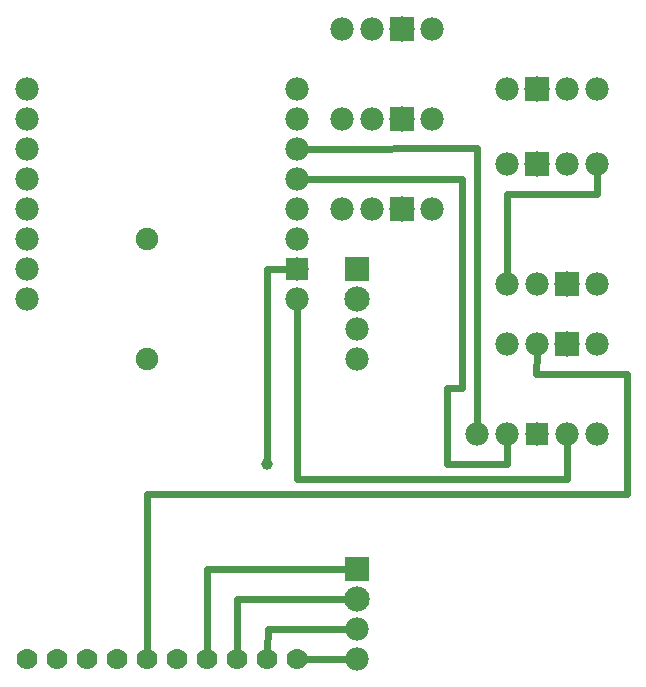
<source format=gtl>
G04 MADE WITH FRITZING*
G04 WWW.FRITZING.ORG*
G04 DOUBLE SIDED*
G04 HOLES PLATED*
G04 CONTOUR ON CENTER OF CONTOUR VECTOR*
%ASAXBY*%
%FSLAX23Y23*%
%MOIN*%
%OFA0B0*%
%SFA1.0B1.0*%
%ADD10C,0.070000*%
%ADD11C,0.078000*%
%ADD12C,0.084141*%
%ADD13C,0.075000*%
%ADD14C,0.077778*%
%ADD15C,0.039370*%
%ADD16R,0.083333X0.083333*%
%ADD17R,0.084375X0.084375*%
%ADD18R,0.077778X0.077778*%
%ADD19R,0.078000X0.078000*%
%ADD20C,0.024000*%
%LNCOPPER1*%
G90*
G70*
G54D10*
X1256Y144D03*
X1156Y144D03*
X1056Y144D03*
X956Y144D03*
X856Y144D03*
X756Y144D03*
X656Y144D03*
X556Y144D03*
X456Y144D03*
X356Y144D03*
G54D11*
X1456Y444D03*
G54D12*
X1456Y344D03*
G54D11*
X1456Y244D03*
X1456Y144D03*
G54D13*
X756Y1545D03*
X756Y1145D03*
G54D11*
X1956Y1795D03*
G54D12*
X2056Y1795D03*
G54D11*
X2156Y1795D03*
X2256Y1795D03*
X1956Y2045D03*
G54D12*
X2056Y2045D03*
G54D11*
X2156Y2045D03*
X2256Y2045D03*
X2256Y1395D03*
G54D12*
X2156Y1395D03*
G54D11*
X2056Y1395D03*
X1956Y1395D03*
X1706Y1944D03*
G54D12*
X1606Y1944D03*
G54D11*
X1506Y1944D03*
X1406Y1944D03*
X1706Y1644D03*
G54D12*
X1606Y1644D03*
G54D11*
X1506Y1644D03*
X1406Y1644D03*
X1706Y2244D03*
G54D12*
X1606Y2244D03*
G54D11*
X1506Y2244D03*
X1406Y2244D03*
X2256Y1195D03*
G54D12*
X2156Y1195D03*
G54D11*
X2056Y1195D03*
X1956Y1195D03*
X1456Y1445D03*
G54D12*
X1456Y1345D03*
G54D11*
X1456Y1245D03*
X1456Y1145D03*
G54D14*
X356Y2045D03*
X356Y1945D03*
X356Y1845D03*
X356Y1745D03*
X356Y1645D03*
X356Y1545D03*
X356Y1445D03*
X356Y1345D03*
X1256Y1345D03*
X1256Y1445D03*
X1256Y1545D03*
X1256Y1645D03*
X1256Y1745D03*
X1256Y1845D03*
X1256Y1945D03*
X1256Y2045D03*
G54D11*
X2256Y895D03*
X2156Y895D03*
X2056Y895D03*
X1956Y895D03*
X1856Y895D03*
G54D15*
X1156Y795D03*
G54D16*
X1456Y444D03*
G54D17*
X2056Y1795D03*
X2056Y2045D03*
X2155Y1395D03*
X1606Y1944D03*
X1606Y1644D03*
X1606Y2244D03*
X2155Y1195D03*
G54D16*
X1456Y1445D03*
G54D18*
X1256Y1445D03*
G54D19*
X2056Y895D03*
G54D20*
X1057Y344D02*
X1056Y175D01*
D02*
X1425Y344D02*
X1057Y344D01*
D02*
X1158Y243D02*
X1157Y175D01*
D02*
X1426Y244D02*
X1158Y243D01*
D02*
X1426Y144D02*
X1287Y144D01*
D02*
X756Y694D02*
X2356Y694D01*
D02*
X2356Y694D02*
X2356Y1095D01*
D02*
X2356Y1095D02*
X2053Y1095D01*
D02*
X2053Y1095D02*
X2055Y1165D01*
D02*
X756Y175D02*
X756Y694D01*
D02*
X956Y445D02*
X1426Y444D01*
D02*
X956Y175D02*
X956Y445D01*
D02*
X1855Y1846D02*
X1285Y1845D01*
D02*
X1856Y925D02*
X1855Y1846D01*
D02*
X1955Y795D02*
X1755Y795D01*
D02*
X1755Y795D02*
X1755Y1046D01*
D02*
X1755Y1046D02*
X1807Y1046D01*
D02*
X1807Y1046D02*
X1807Y1743D01*
D02*
X1807Y1743D02*
X1285Y1745D01*
D02*
X1955Y865D02*
X1955Y795D01*
D02*
X1955Y1695D02*
X2255Y1695D01*
D02*
X2255Y1695D02*
X2255Y1765D01*
D02*
X1956Y1425D02*
X1955Y1695D01*
D02*
X1156Y1443D02*
X1156Y814D01*
D02*
X1226Y1444D02*
X1156Y1443D01*
D02*
X2157Y744D02*
X1255Y744D01*
D02*
X1255Y744D02*
X1256Y1316D01*
D02*
X2156Y865D02*
X2157Y744D01*
G04 End of Copper1*
M02*
</source>
